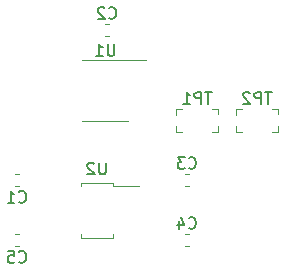
<source format=gbr>
%TF.GenerationSoftware,KiCad,Pcbnew,(6.0.4-0)*%
%TF.CreationDate,2022-12-03T14:45:52-05:00*%
%TF.ProjectId,christmas,63687269-7374-46d6-9173-2e6b69636164,rev?*%
%TF.SameCoordinates,Original*%
%TF.FileFunction,Legend,Bot*%
%TF.FilePolarity,Positive*%
%FSLAX46Y46*%
G04 Gerber Fmt 4.6, Leading zero omitted, Abs format (unit mm)*
G04 Created by KiCad (PCBNEW (6.0.4-0)) date 2022-12-03 14:45:52*
%MOMM*%
%LPD*%
G01*
G04 APERTURE LIST*
%ADD10C,0.150000*%
%ADD11C,0.100000*%
%ADD12C,0.120000*%
G04 APERTURE END LIST*
D10*
%TO.C,TP1*%
X153661904Y-45852380D02*
X153090476Y-45852380D01*
X153376190Y-46852380D02*
X153376190Y-45852380D01*
X152757142Y-46852380D02*
X152757142Y-45852380D01*
X152376190Y-45852380D01*
X152280952Y-45900000D01*
X152233333Y-45947619D01*
X152185714Y-46042857D01*
X152185714Y-46185714D01*
X152233333Y-46280952D01*
X152280952Y-46328571D01*
X152376190Y-46376190D01*
X152757142Y-46376190D01*
X151233333Y-46852380D02*
X151804761Y-46852380D01*
X151519047Y-46852380D02*
X151519047Y-45852380D01*
X151614285Y-45995238D01*
X151709523Y-46090476D01*
X151804761Y-46138095D01*
%TO.C,TP2*%
X158741904Y-45852380D02*
X158170476Y-45852380D01*
X158456190Y-46852380D02*
X158456190Y-45852380D01*
X157837142Y-46852380D02*
X157837142Y-45852380D01*
X157456190Y-45852380D01*
X157360952Y-45900000D01*
X157313333Y-45947619D01*
X157265714Y-46042857D01*
X157265714Y-46185714D01*
X157313333Y-46280952D01*
X157360952Y-46328571D01*
X157456190Y-46376190D01*
X157837142Y-46376190D01*
X156884761Y-45947619D02*
X156837142Y-45900000D01*
X156741904Y-45852380D01*
X156503809Y-45852380D01*
X156408571Y-45900000D01*
X156360952Y-45947619D01*
X156313333Y-46042857D01*
X156313333Y-46138095D01*
X156360952Y-46280952D01*
X156932380Y-46852380D01*
X156313333Y-46852380D01*
%TO.C,C5*%
X137326666Y-60207142D02*
X137374285Y-60254761D01*
X137517142Y-60302380D01*
X137612380Y-60302380D01*
X137755238Y-60254761D01*
X137850476Y-60159523D01*
X137898095Y-60064285D01*
X137945714Y-59873809D01*
X137945714Y-59730952D01*
X137898095Y-59540476D01*
X137850476Y-59445238D01*
X137755238Y-59350000D01*
X137612380Y-59302380D01*
X137517142Y-59302380D01*
X137374285Y-59350000D01*
X137326666Y-59397619D01*
X136421904Y-59302380D02*
X136898095Y-59302380D01*
X136945714Y-59778571D01*
X136898095Y-59730952D01*
X136802857Y-59683333D01*
X136564761Y-59683333D01*
X136469523Y-59730952D01*
X136421904Y-59778571D01*
X136374285Y-59873809D01*
X136374285Y-60111904D01*
X136421904Y-60207142D01*
X136469523Y-60254761D01*
X136564761Y-60302380D01*
X136802857Y-60302380D01*
X136898095Y-60254761D01*
X136945714Y-60207142D01*
%TO.C,C4*%
X151704166Y-57347142D02*
X151751785Y-57394761D01*
X151894642Y-57442380D01*
X151989880Y-57442380D01*
X152132738Y-57394761D01*
X152227976Y-57299523D01*
X152275595Y-57204285D01*
X152323214Y-57013809D01*
X152323214Y-56870952D01*
X152275595Y-56680476D01*
X152227976Y-56585238D01*
X152132738Y-56490000D01*
X151989880Y-56442380D01*
X151894642Y-56442380D01*
X151751785Y-56490000D01*
X151704166Y-56537619D01*
X150847023Y-56775714D02*
X150847023Y-57442380D01*
X151085119Y-56394761D02*
X151323214Y-57109047D01*
X150704166Y-57109047D01*
%TO.C,C3*%
X151704166Y-52267142D02*
X151751785Y-52314761D01*
X151894642Y-52362380D01*
X151989880Y-52362380D01*
X152132738Y-52314761D01*
X152227976Y-52219523D01*
X152275595Y-52124285D01*
X152323214Y-51933809D01*
X152323214Y-51790952D01*
X152275595Y-51600476D01*
X152227976Y-51505238D01*
X152132738Y-51410000D01*
X151989880Y-51362380D01*
X151894642Y-51362380D01*
X151751785Y-51410000D01*
X151704166Y-51457619D01*
X151370833Y-51362380D02*
X150751785Y-51362380D01*
X151085119Y-51743333D01*
X150942261Y-51743333D01*
X150847023Y-51790952D01*
X150799404Y-51838571D01*
X150751785Y-51933809D01*
X150751785Y-52171904D01*
X150799404Y-52267142D01*
X150847023Y-52314761D01*
X150942261Y-52362380D01*
X151227976Y-52362380D01*
X151323214Y-52314761D01*
X151370833Y-52267142D01*
%TO.C,C2*%
X144946666Y-39567142D02*
X144994285Y-39614761D01*
X145137142Y-39662380D01*
X145232380Y-39662380D01*
X145375238Y-39614761D01*
X145470476Y-39519523D01*
X145518095Y-39424285D01*
X145565714Y-39233809D01*
X145565714Y-39090952D01*
X145518095Y-38900476D01*
X145470476Y-38805238D01*
X145375238Y-38710000D01*
X145232380Y-38662380D01*
X145137142Y-38662380D01*
X144994285Y-38710000D01*
X144946666Y-38757619D01*
X144565714Y-38757619D02*
X144518095Y-38710000D01*
X144422857Y-38662380D01*
X144184761Y-38662380D01*
X144089523Y-38710000D01*
X144041904Y-38757619D01*
X143994285Y-38852857D01*
X143994285Y-38948095D01*
X144041904Y-39090952D01*
X144613333Y-39662380D01*
X143994285Y-39662380D01*
%TO.C,C1*%
X137326666Y-55127142D02*
X137374285Y-55174761D01*
X137517142Y-55222380D01*
X137612380Y-55222380D01*
X137755238Y-55174761D01*
X137850476Y-55079523D01*
X137898095Y-54984285D01*
X137945714Y-54793809D01*
X137945714Y-54650952D01*
X137898095Y-54460476D01*
X137850476Y-54365238D01*
X137755238Y-54270000D01*
X137612380Y-54222380D01*
X137517142Y-54222380D01*
X137374285Y-54270000D01*
X137326666Y-54317619D01*
X136374285Y-55222380D02*
X136945714Y-55222380D01*
X136660000Y-55222380D02*
X136660000Y-54222380D01*
X136755238Y-54365238D01*
X136850476Y-54460476D01*
X136945714Y-54508095D01*
%TO.C,U1*%
X145404404Y-41772380D02*
X145404404Y-42581904D01*
X145356785Y-42677142D01*
X145309166Y-42724761D01*
X145213928Y-42772380D01*
X145023452Y-42772380D01*
X144928214Y-42724761D01*
X144880595Y-42677142D01*
X144832976Y-42581904D01*
X144832976Y-41772380D01*
X143832976Y-42772380D02*
X144404404Y-42772380D01*
X144118690Y-42772380D02*
X144118690Y-41772380D01*
X144213928Y-41915238D01*
X144309166Y-42010476D01*
X144404404Y-42058095D01*
%TO.C,U2*%
X144679404Y-51832380D02*
X144679404Y-52641904D01*
X144631785Y-52737142D01*
X144584166Y-52784761D01*
X144488928Y-52832380D01*
X144298452Y-52832380D01*
X144203214Y-52784761D01*
X144155595Y-52737142D01*
X144107976Y-52641904D01*
X144107976Y-51832380D01*
X143679404Y-51927619D02*
X143631785Y-51880000D01*
X143536547Y-51832380D01*
X143298452Y-51832380D01*
X143203214Y-51880000D01*
X143155595Y-51927619D01*
X143107976Y-52022857D01*
X143107976Y-52118095D01*
X143155595Y-52260952D01*
X143727023Y-52832380D01*
X143107976Y-52832380D01*
D11*
%TO.C,TP1*%
X150640000Y-47260000D02*
X151140000Y-47260000D01*
X150640000Y-47260000D02*
X150640000Y-47760000D01*
X154150000Y-47250000D02*
X153650000Y-47250000D01*
X154150000Y-47250000D02*
X154150000Y-47750000D01*
X154180000Y-49220000D02*
X153680000Y-49220000D01*
X154180000Y-48720000D02*
X154180000Y-49220000D01*
X150620000Y-49240000D02*
X151120000Y-49240000D01*
X150620000Y-49240000D02*
X150620000Y-48740000D01*
%TO.C,TP2*%
X155700000Y-49240000D02*
X155700000Y-48740000D01*
X155700000Y-49240000D02*
X156200000Y-49240000D01*
X159260000Y-48720000D02*
X159260000Y-49220000D01*
X159260000Y-49220000D02*
X158760000Y-49220000D01*
X159230000Y-47250000D02*
X159230000Y-47750000D01*
X159230000Y-47250000D02*
X158730000Y-47250000D01*
X155720000Y-47260000D02*
X155720000Y-47760000D01*
X155720000Y-47260000D02*
X156220000Y-47260000D01*
D12*
%TO.C,C5*%
X137013733Y-57910000D02*
X137306267Y-57910000D01*
X137013733Y-58930000D02*
X137306267Y-58930000D01*
%TO.C,C4*%
X151683767Y-58930000D02*
X151391233Y-58930000D01*
X151683767Y-57910000D02*
X151391233Y-57910000D01*
%TO.C,C3*%
X151683767Y-53850000D02*
X151391233Y-53850000D01*
X151683767Y-52830000D02*
X151391233Y-52830000D01*
%TO.C,C2*%
X144926267Y-40130000D02*
X144633733Y-40130000D01*
X144926267Y-41150000D02*
X144633733Y-41150000D01*
%TO.C,C1*%
X137013733Y-52830000D02*
X137306267Y-52830000D01*
X137013733Y-53850000D02*
X137306267Y-53850000D01*
%TO.C,U1*%
X144642500Y-48280000D02*
X146592500Y-48280000D01*
X144642500Y-43160000D02*
X148092500Y-43160000D01*
X144642500Y-48280000D02*
X142692500Y-48280000D01*
X144642500Y-43160000D02*
X142692500Y-43160000D01*
%TO.C,U2*%
X145277500Y-58240000D02*
X145277500Y-57910000D01*
X142557500Y-58240000D02*
X145277500Y-58240000D01*
X147457500Y-53850000D02*
X145277500Y-53850000D01*
X142557500Y-53520000D02*
X142557500Y-53850000D01*
X145277500Y-53520000D02*
X145277500Y-53850000D01*
X142557500Y-57910000D02*
X142557500Y-58240000D01*
X145277500Y-53520000D02*
X142557500Y-53520000D01*
%TD*%
M02*

</source>
